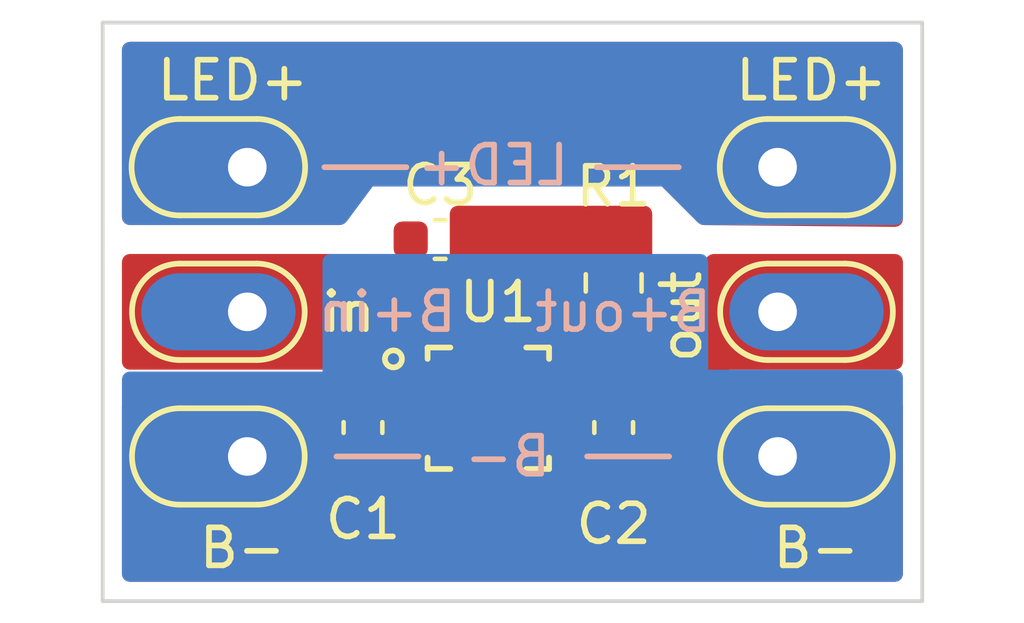
<source format=kicad_pcb>
(kicad_pcb (version 20211014) (generator pcbnew)
  (layers (0 "F.Cu" signal) (31 "B.Cu" signal) (34 "B.Paste" user) (35 "F.Paste" user) (36 "B.SilkS" user "B.Silkscreen") (37 "F.SilkS" user "F.Silkscreen") (38 "B.Mask" user) (39 "F.Mask" user) (44 "Edge.Cuts" user))
  (net 0 "")
  (net 1 "+5VA")
  (net 2 "GND")
  (net 3 "+5VP")
  (net 4 "Net-(C3-Pad1)")
  (net 5 "Net-(R1-Pad1)")
  (net 7 "/LED+")
  (footprint "Mlplel_Transformer:1pin_oval" (layer "F.Cu") (at 116.84 66.04)
    (fp_text reference "J6" hide)
    (fp_text value "Conn_01x01_Male")
    (fp_line (start -0.254 1.27) (end 1.778 1.27) (layer "F.SilkS") (width 0.15))
    (fp_line (start -0.254 -1.27) (end 1.778 -1.27) (layer "F.SilkS") (width 0.15))
    (fp_arc (start 1.778 -1.27) (mid 3.048 0) (end 1.778 1.27) (layer "F.SilkS") (width 0.15))
    (fp_arc (start -0.254 1.27) (mid -1.524 0) (end -0.254 -1.27) (layer "F.SilkS") (width 0.15))
    (pad "1" thru_hole oval (at 0 0) (size 4.064 2.032) (drill 1.016 (offset 0.762 0)) (layers *.Cu *.Mask) (net 7 "/LED+"))
  )
  (footprint "Mlplel_smd:WSON10B" (layer "F.Cu") (at 109.22 72.39)
    (fp_text reference "U1" (at 0.254 -2.794 unlocked) (layer "F.SilkS"))
    (fp_text value "TCKE805")
    (fp_line (start 1 1.6) (end 1.6 1.6) (layer "F.SilkS") (width 0.15))
    (fp_line (start -1 -1.6) (end -1.6 -1.6) (layer "F.SilkS") (width 0.15))
    (fp_line (start -1.6 1.3) (end -1.6 1.6) (layer "F.SilkS") (width 0.15))
    (fp_line (start -1.6 -1.3) (end -1.6 -1.6) (layer "F.SilkS") (width 0.15))
    (fp_line (start 1.6 -1.3) (end 1.6 -1.6) (layer "F.SilkS") (width 0.15))
    (fp_line (start 1 -1.6) (end 1.6 -1.6) (layer "F.SilkS") (width 0.15))
    (fp_line (start -1 1.6) (end -1.6 1.6) (layer "F.SilkS") (width 0.15))
    (fp_line (start 1.6 1.3) (end 1.6 1.6) (layer "F.SilkS") (width 0.15))
    (fp_circle (center -2.5 -1.3) (end -2.3 -1.2) (layer "F.SilkS") (width 0.15) (fill none))
    (pad "1" smd roundrect (at -1.475 -1) (size 0.85 0.28) (layers "F.Cu" "F.Paste" "F.Mask") (roundrect_rratio 0.1) (net 4 "Net-(C3-Pad1)"))
    (pad "2" smd roundrect (at -1.475 -0.5) (size 0.85 0.28) (layers "F.Cu" "F.Paste" "F.Mask") (roundrect_rratio 0.1) (net 1 "+5VA"))
    (pad "3" smd roundrect (at -1.475 0) (size 0.85 0.28) (layers "F.Cu" "F.Paste" "F.Mask") (roundrect_rratio 0.1) (net 1 "+5VA"))
    (pad "4" smd roundrect (at -1.475 0.5) (size 0.85 0.28) (layers "F.Cu" "F.Paste" "F.Mask") (roundrect_rratio 0.1) (net 1 "+5VA"))
    (pad "5" smd roundrect (at -1.475 1) (size 0.85 0.28) (layers "F.Cu" "F.Paste" "F.Mask") (roundrect_rratio 0.1) (net 1 "+5VA"))
    (pad "6" smd roundrect (at 1.475 1) (size 0.85 0.28) (layers "F.Cu" "F.Paste" "F.Mask") (roundrect_rratio 0.1) (net 3 "+5VP"))
    (pad "7" smd roundrect (at 1.475 0.5) (size 0.85 0.28) (layers "F.Cu" "F.Paste" "F.Mask") (roundrect_rratio 0.1) (net 3 "+5VP"))
    (pad "8" smd roundrect (at 1.475 0) (size 0.85 0.28) (layers "F.Cu" "F.Paste" "F.Mask") (roundrect_rratio 0.1) (net 3 "+5VP"))
    (pad "9" smd roundrect (at 1.475 -0.5) (size 0.85 0.28) (layers "F.Cu" "F.Paste" "F.Mask") (roundrect_rratio 0.1))
    (pad "10" smd roundrect (at 1.475 -1) (size 0.85 0.28) (layers "F.Cu" "F.Paste" "F.Mask") (roundrect_rratio 0.1) (net 5 "Net-(R1-Pad1)"))
    (pad "11" smd custom (at 0 0) (size 0.85 0.28) (layers "F.Cu" "F.Paste" "F.Mask") (net 2 "GND") (options (clearance outline) (anchor rect)) (primitives (gr_poly (pts (xy -0.11 -1.2) (xy 0.11 -1.2) (xy 0.11 -1.9) (xy 0.39 -1.9) (xy 0.39 -1.2) (xy 0.825 -1.2) (xy 0.825 1.2) (xy 0.39 1.2) (xy 0.39 1.9) (xy 0.11 1.9) (xy 0.11 1.2) (xy -0.11 1.2) (xy -0.11 1.9) (xy -0.39 1.9) (xy -0.39 1.2) (xy -0.825 1.2) (xy -0.825 -1.2) (xy -0.39 -1.2) (xy -0.39 -1.9) (xy -0.11 -1.9)) (width 0.01) (fill yes))))
  )
  (footprint "Mlplel_Transformer:1pin_oval" (layer "F.Cu") (at 116.84 73.66)
    (fp_text reference "J4" hide)
    (fp_text value "Conn_01x01_Male")
    (fp_line (start -0.254 -1.27) (end 1.778 -1.27) (layer "F.SilkS") (width 0.15))
    (fp_line (start -0.254 1.27) (end 1.778 1.27) (layer "F.SilkS") (width 0.15))
    (fp_arc (start 1.778 -1.27) (mid 3.048 0) (end 1.778 1.27) (layer "F.SilkS") (width 0.15))
    (fp_arc (start -0.254 1.27) (mid -1.524 0) (end -0.254 -1.27) (layer "F.SilkS") (width 0.15))
    (pad "1" thru_hole oval (at 0 0) (size 4.064 2.032) (drill 1.016 (offset 0.762 0)) (layers *.Cu *.Mask) (net 2 "GND"))
  )
  (footprint "Resistor_SMD:R_0805_2012Metric" (layer "F.Cu") (at 112.522 69.088 90)
    (fp_text reference "R1" (at 2.54 0 180) (layer "F.SilkS"))
    (fp_text value "47k")
    (fp_line (start -0.227064 0.735) (end 0.227064 0.735) (layer "F.SilkS") (width 0.12))
    (fp_line (start -0.227064 -0.735) (end 0.227064 -0.735) (layer "F.SilkS") (width 0.12))
    (pad "1" smd roundrect (at -0.9125 0 90) (size 1.025 1.4) (layers "F.Cu" "F.Paste" "F.Mask") (roundrect_rratio 0.243902439) (net 5 "Net-(R1-Pad1)"))
    (pad "2" smd roundrect (at 0.9125 0 90) (size 1.025 1.4) (layers "F.Cu" "F.Paste" "F.Mask") (roundrect_rratio 0.243902439) (net 2 "GND"))
  )
  (footprint "Capacitor_SMD:C_0603_1608Metric" (layer "F.Cu") (at 107.95 67.945)
    (fp_text reference "C3" (at 0 -1.43) (layer "F.SilkS"))
    (fp_text value "C")
    (fp_line (start -0.14058 -0.51) (end 0.14058 -0.51) (layer "F.SilkS") (width 0.12))
    (fp_line (start -0.14058 0.51) (end 0.14058 0.51) (layer "F.SilkS") (width 0.12))
    (pad "1" smd roundrect (at -0.775 0) (size 0.9 0.95) (layers "F.Cu" "F.Paste" "F.Mask") (net 4 "Net-(C3-Pad1)"))
    (pad "2" smd roundrect (at 0.775 0) (size 0.9 0.95) (layers "F.Cu" "F.Paste" "F.Mask") (net 2 "GND"))
  )
  (footprint "Capacitor_SMD:C_0603_1608Metric" (layer "F.Cu") (at 112.522 72.898 -90)
    (fp_text reference "C2" (at 2.54 0 180) (layer "F.SilkS"))
    (fp_text value "1u")
    (fp_line (start -0.14058 -0.51) (end 0.14058 -0.51) (layer "F.SilkS") (width 0.12))
    (fp_line (start -0.14058 0.51) (end 0.14058 0.51) (layer "F.SilkS") (width 0.12))
    (pad "1" smd roundrect (at -0.775 0 270) (size 0.9 0.95) (layers "F.Cu" "F.Paste" "F.Mask") (net 3 "+5VP"))
    (pad "2" smd roundrect (at 0.775 0 270) (size 0.9 0.95) (layers "F.Cu" "F.Paste" "F.Mask") (net 2 "GND"))
  )
  (footprint "Mlplel_Transformer:1pin_oval" (layer "F.Cu") (at 102.87 73.66 180)
    (fp_text reference "J3" hide)
    (fp_text value "Conn_01x01_Male")
    (fp_line (start -0.254 -1.27) (end 1.778 -1.27) (layer "F.SilkS") (width 0.15))
    (fp_line (start -0.254 1.27) (end 1.778 1.27) (layer "F.SilkS") (width 0.15))
    (fp_arc (start -0.254 1.27) (mid -1.524 0) (end -0.254 -1.27) (layer "F.SilkS") (width 0.15))
    (fp_arc (start 1.778 -1.27) (mid 3.048 0) (end 1.778 1.27) (layer "F.SilkS") (width 0.15))
    (pad "1" thru_hole oval (at 0 0 180) (size 4.064 2.032) (drill 1.016 (offset 0.762 0)) (layers *.Cu *.Mask) (net 2 "GND"))
  )
  (footprint "Mlplel_Transformer:1pin_oval" (layer "F.Cu") (at 102.87 69.85 180)
    (fp_text reference "J1" hide)
    (fp_text value "Conn_01x01_Male")
    (fp_line (start -0.254 1.27) (end 1.778 1.27) (layer "F.SilkS") (width 0.15))
    (fp_line (start -0.254 -1.27) (end 1.778 -1.27) (layer "F.SilkS") (width 0.15))
    (fp_arc (start 1.778 -1.27) (mid 3.048 0) (end 1.778 1.27) (layer "F.SilkS") (width 0.15))
    (fp_arc (start -0.254 1.27) (mid -1.524 0) (end -0.254 -1.27) (layer "F.SilkS") (width 0.15))
    (pad "1" thru_hole oval (at 0 0 180) (size 4.064 2.032) (drill 1.016 (offset 0.762 0)) (layers *.Cu *.Mask) (net 1 "+5VA"))
  )
  (footprint "Capacitor_SMD:C_0603_1608Metric" (layer "F.Cu") (at 105.918 72.898 -90)
    (fp_text reference "C1" (at 2.413 0 180) (layer "F.SilkS"))
    (fp_text value "1u")
    (fp_line (start -0.14058 -0.51) (end 0.14058 -0.51) (layer "F.SilkS") (width 0.12))
    (fp_line (start -0.14058 0.51) (end 0.14058 0.51) (layer "F.SilkS") (width 0.12))
    (pad "1" smd roundrect (at -0.775 0 270) (size 0.9 0.95) (layers "F.Cu" "F.Paste" "F.Mask") (net 1 "+5VA"))
    (pad "2" smd roundrect (at 0.775 0 270) (size 0.9 0.95) (layers "F.Cu" "F.Paste" "F.Mask") (net 2 "GND"))
  )
  (footprint "Mlplel_Transformer:1pin_oval" (layer "F.Cu") (at 116.84 69.85)
    (fp_text reference "J2" hide)
    (fp_text value "Conn_01x01_Male")
    (fp_line (start -0.254 1.27) (end 1.778 1.27) (layer "F.SilkS") (width 0.15))
    (fp_line (start -0.254 -1.27) (end 1.778 -1.27) (layer "F.SilkS") (width 0.15))
    (fp_arc (start -0.254 1.27) (mid -1.524 0) (end -0.254 -1.27) (layer "F.SilkS") (width 0.15))
    (fp_arc (start 1.778 -1.27) (mid 3.048 0) (end 1.778 1.27) (layer "F.SilkS") (width 0.15))
    (pad "1" thru_hole oval (at 0 0) (size 4.064 2.032) (drill 1.016 (offset 0.762 0)) (layers *.Cu *.Mask) (net 3 "+5VP"))
  )
  (footprint "Mlplel_Transformer:1pin_oval" (layer "F.Cu") (at 102.87 66.04 180)
    (fp_text reference "J5" hide)
    (fp_text value "Conn_01x01_Male")
    (fp_line (start -0.254 -1.27) (end 1.778 -1.27) (layer "F.SilkS") (width 0.15))
    (fp_line (start -0.254 1.27) (end 1.778 1.27) (layer "F.SilkS") (width 0.15))
    (fp_arc (start -0.254 1.27) (mid -1.524 0) (end -0.254 -1.27) (layer "F.SilkS") (width 0.15))
    (fp_arc (start 1.778 -1.27) (mid 3.048 0) (end 1.778 1.27) (layer "F.SilkS") (width 0.15))
    (pad "1" thru_hole oval (at 0 0 180) (size 4.064 2.032) (drill 1.016 (offset 0.762 0)) (layers *.Cu *.Mask) (net 7 "/LED+"))
  )
  (gr_line (start 112.0775 66.04) (end 114.2365 66.04) (layer "B.SilkS") (width 0.15))
  (gr_line (start 111.8235 73.66) (end 113.9825 73.66) (layer "B.SilkS") (width 0.15))
  (gr_line (start 105.2195 73.66) (end 107.3785 73.66) (layer "B.SilkS") (width 0.15))
  (gr_line (start 104.902 66.04) (end 107.061 66.04) (layer "B.SilkS") (width 0.15))
  (gr_line (start 99.06 62.23) (end 120.65 62.23) (layer "Edge.Cuts") (width 0.1))
  (gr_line (start 120.65 77.47) (end 99.06 77.47) (layer "Edge.Cuts") (width 0.1))
  (gr_line (start 120.65 62.23) (end 120.65 77.47) (layer "Edge.Cuts") (width 0.1))
  (gr_line (start 99.06 77.47) (end 99.06 62.23) (layer "Edge.Cuts") (width 0.1))
  (gr_text "B-" (at 109.728 73.66) (layer "B.SilkS") (effects (font (size 1 1)) (justify mirror)))
  (gr_text "B+out" (at 112.776 69.85) (layer "B.SilkS") (effects (font (size 1 1)) (justify mirror)))
  (gr_text "LED+" (at 109.347 65.9892) (layer "B.SilkS") (effects (font (size 1 1)) (justify mirror)))
  (gr_text "B+in" (at 106.553 69.85) (layer "B.SilkS") (effects (font (size 1 1)) (justify mirror)))
  (gr_text "LED+" (at 117.729 63.754) (layer "F.SilkS") (effects (font (size 1 1))))
  (gr_text "B-" (at 102.743 76.073) (layer "F.SilkS") (effects (font (size 1 1))))
  (gr_text "out" (at 114.3 69.977 90) (layer "F.SilkS") (effects (font (size 1 1))))
  (gr_text "LED+" (at 102.489 63.754) (layer "F.SilkS") (effects (font (size 1 1))))
  (gr_text "B-" (at 117.856 76.073) (layer "F.SilkS") (effects (font (size 1 1))))
  (gr_text "in" (at 105.537 69.85) (layer "F.SilkS") (effects (font (size 1 1))))
  (segment (start 107.175 69.075) (end 107.175 67.945) (width 0.2) (layer "F.Cu") (net 4))
  (segment (start 107.745 71.39) (end 107.745 69.645) (width 0.2) (layer "F.Cu") (net 4))
  (segment (start 107.745 69.645) (end 107.175 69.075) (width 0.2) (layer "F.Cu") (net 4))
  (segment (start 111.3555 70.0005) (end 112.522 70.0005) (width 0.2) (layer "F.Cu") (net 5))
  (segment (start 110.695 71.39) (end 110.695 70.661) (width 0.2) (layer "F.Cu") (net 5))
  (segment (start 110.695 70.661) (end 111.3555 70.0005) (width 0.2) (layer "F.Cu") (net 5))
  (zone (net 3) (net_name "+5VP") (layer "F.Cu") (connect_pads yes (clearance 0.2032)) (min_thickness 0.2032) (fill yes (thermal_gap 0.508) (thermal_bridge_width 0.508) (smoothing fillet) (radius 0.2032))
    (polygon (pts (xy 120.142 71.374) (xy 115.57 71.374) (xy 114.046 72.898) (xy 111.76 72.898) (xy 111.76 73.914) (xy 110.2868 73.914) (xy 110.2868 72.263) (xy 111.6584 72.263) (xy 111.6584 71.12) (xy 113.8428 71.12) (xy 113.8428 69.596) (xy 115.062 68.326) (xy 120.142 68.326)))
  )
  (zone (net 2) (net_name "GND") (layer "F.Cu") (connect_pads yes (clearance 0.2032)) (min_thickness 0.254) (fill yes (thermal_gap 0) (thermal_bridge_width 0.254) (smoothing fillet) (radius 0.2032))
    (polygon (pts (xy 113.538 68.834) (xy 110.49 68.834) (xy 110.49 70.358) (xy 109.728 70.358) (xy 109.728 74.168) (xy 112.014 74.168) (xy 112.014 73.152) (xy 114.3 73.152) (xy 115.316 72.136) (xy 120.142 72.136) (xy 120.142 76.962) (xy 99.568 76.962) (xy 99.568 74.549) (xy 99.568 72.136) (xy 104.648 72.136) (xy 104.648 73.152) (xy 106.426 73.152) (xy 106.426 74.168) (xy 108.712 74.168) (xy 108.712 70.358) (xy 108.204 70.358) (xy 108.204 67.056) (xy 113.538 67.056)))
  )
  (zone (net 7) (net_name "/LED+") (layer "F.Cu") (connect_pads yes (clearance 0.2032)) (min_thickness 0.2032) (fill yes (thermal_gap 0.508) (thermal_bridge_width 0.508) (smoothing fillet) (radius 0.2032))
    (polygon (pts (xy 120.142 67.6148) (xy 114.808 67.564) (xy 113.792 66.548) (xy 106.172 66.548) (xy 105.41 67.564) (xy 99.568 67.564) (xy 99.568 62.738) (xy 120.142 62.738)))
  )
  (zone (net 1) (net_name "+5VA") (layer "F.Cu") (connect_pads yes (clearance 0.2032)) (min_thickness 0.2032) (fill yes (thermal_gap 0.508) (thermal_bridge_width 0.508) (smoothing fillet) (radius 0.2032))
    (polygon (pts (xy 106.426 69.342) (xy 106.934 69.85) (xy 106.934 71.7296) (xy 108.204 71.7296) (xy 108.204 73.66) (xy 106.934 73.66) (xy 106.934 72.644) (xy 105.156 72.644) (xy 105.156 71.374) (xy 99.568 71.374) (xy 99.568 68.326) (xy 106.426 68.326)))
  )
  (zone (net 7) (net_name "/LED+") (layer "B.Cu") (connect_pads yes (clearance 0.254)) (min_thickness 0.254) (fill yes (thermal_gap 0) (thermal_bridge_width 0.254) (smoothing fillet) (radius 0.2032) (island_removal_mode 1) (island_area_min 0))
    (polygon (pts (xy 120.142 67.564) (xy 114.808 67.564) (xy 113.792 66.548) (xy 106.172 66.548) (xy 105.420418 67.564) (xy 99.568 67.564) (xy 99.568 62.738) (xy 120.142 62.738)))
  )
  (zone (net 2) (net_name "GND") (layer "B.Cu") (connect_pads yes (clearance 0.508)) (min_thickness 0.2032) (fill yes (thermal_gap 0.508) (thermal_bridge_width 0.508) (smoothing fillet) (radius 0.2032))
    (polygon (pts (xy 120.142 71.374) (xy 120.142 76.962) (xy 99.568 76.962) (xy 99.568 71.4248) (xy 104.8512 71.4248) (xy 104.8512 68.326) (xy 115.0112 68.326) (xy 115.0112 71.374)))
  )
)
</source>
